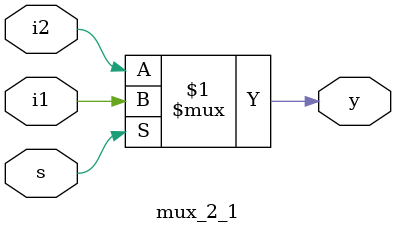
<source format=v>
module mux_2_1(input i1,i2,s,output y);
  assign y = s?i1:i2;
endmodule

</source>
